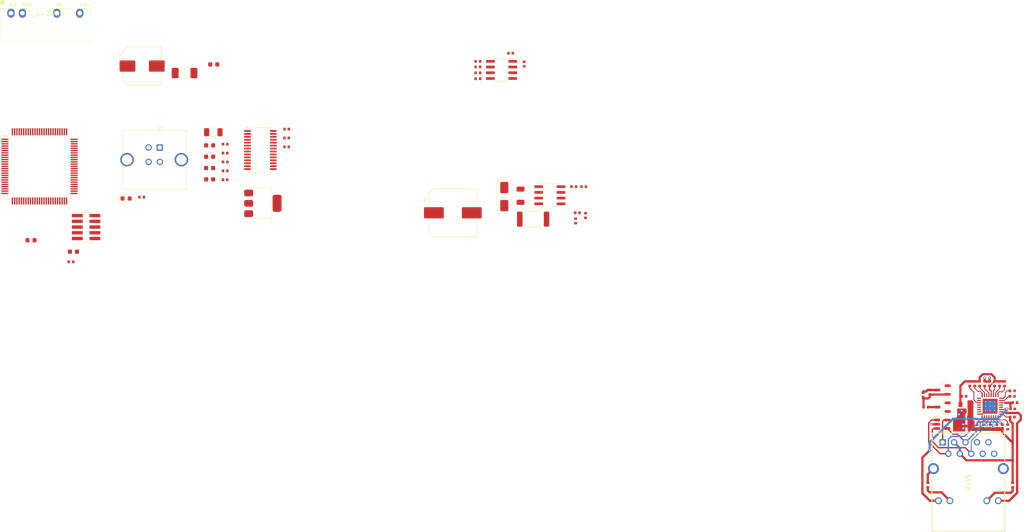
<source format=kicad_pcb>
(kicad_pcb (version 20241229) (generator "pcbnew") (generator_version "9.0")
  (layers (0 "F.Cu" mixed) (4 "In1.Cu" power) (6 "In2.Cu" power) (2 "B.Cu" mixed) (13 "F.Paste" user) (15 "B.Paste" user) (5 "F.SilkS" user "F.Silkscreen") (7 "B.SilkS" user "B.Silkscreen") (1 "F.Mask" user) (3 "B.Mask" user) (25 "Edge.Cuts" user))
  (net 0 "")
  (net 1 "Net-(RJ1-Y-)")
  (net 2 "Net-(RJ1-RX-)")
  (net 3 "Net-(RJ1-G+)")
  (net 4 "Net-(RJ1-TX+)")
  (net 5 "/Ethernet/ETHYELLOW")
  (net 6 "Net-(RJ1-TX-)")
  (net 7 "+3.3V")
  (net 8 "Net-(U2-RXD3{slash}~{PHYAD2})")
  (net 9 "Net-(U2-RXER{slash}RXD4{slash}~{PHYAD0})")
  (net 10 "Net-(U2-~{RST})")
  (net 11 "GND")
  (net 12 "/Ethernet/ETHGREEN")
  (net 13 "Net-(RJ1-RXCT)")
  (net 14 "Net-(RJ1-RX+)")
  (net 15 "Net-(U2-RBIAS)")
  (net 16 "+3.3VLAN")
  (net 17 "Net-(U2-VDDCR)")
  (net 18 "Net-(U2-RXD2{slash}~{RMIISEL})")
  (net 19 "Net-(U2-RXCLK{slash}~{PHYAD1})")
  (net 20 "Net-(Q1-G)")
  (net 26 "/Ethernet/V+")
  (net 27 "/Ethernet/V-")
  (net 28 "+3.3VA")
  (net 29 "/MCU/NRST")
  (net 30 "GNDPWR")
  (net 31 "Net-(C24-Pad1)")
  (net 32 "Net-(D2-K)")
  (net 33 "Net-(U5-FB)")
  (net 34 "Net-(U6-Vin)")
  (net 35 "+5V")
  (net 36 "Net-(U8-EXTCLK)")
  (net 37 "+5V USB")
  (net 38 "Net-(D3-K)")
  (net 39 "/MCU/SWCLK")
  (net 40 "/MCU/SWDIO")
  (net 42 "/MCU/SWO")
  (net 45 "/MCU/USB_D+")
  (net 46 "/MCU/USB_D-")
  (net 47 "Net-(U1-BOOT0)")
  (net 48 "/Ethernet/ETH_RXD0")
  (net 49 "/Ethernet/ETH_RXD1")
  (net 50 "/Ethernet/ETH_CRS_DV")
  (net 51 "/Ethernet/ETH_MDIO")
  (net 52 "Net-(U4-UVLO)")
  (net 53 "Net-(U4-CLASS)")
  (net 54 "Net-(U4-ILIM)")
  (net 55 "Net-(U4-DET)")
  (net 56 "/POE/ILIM")
  (net 57 "Net-(U5-BS)")
  (net 67 "/MCU/USB_VBUS")
  (net 89 "/Ethernet/ETH_REF_CLK")
  (net 111 "/Ethernet/ETH_TX_EN")
  (net 115 "/Ethernet/ETH_TXD1")
  (net 117 "/Ethernet/ETH_MDC")
  (net 124 "/Ethernet/ETH_TXD0")
  (net 134 "/POE/POE_EN")
  (net 140 "/PWM Generator/CH5")
  (net 141 "/PWM Generator/CH1")
  (net 142 "/PWM Generator/CH6")
  (net 143 "/PWM Generator/CH7")
  (net 146 "/PWM Generator/CH8")
  (net 147 "/PWM Generator/PWM_SDA")
  (net 148 "/PWM Generator/CH0")
  (net 149 "/PWM Generator/CH9")
  (net 150 "/PWM Generator/CH4")
  (net 151 "/PWM Generator/CH2")
  (net 152 "/PWM Generator/CH10")
  (net 153 "/PWM Generator/CH3")
  (net 154 "/PWM Generator/CH11")
  (net 155 "/PWM Generator/PWM_OE")
  (net 157 "/PWM Generator/PWM_SCL")
  (net 158 "Net-(Q2-C)")
  (net 159 "/Ethernet/PHY_PWR")
  (footprint "Capacitor_SMD:C_0603_1608Metric" (layer "F.Cu") (at 83.21 55.89)
    (property "Reference" "C28" (hide yes))
    (property "Value" "22u")
  )
  (footprint "Capacitor_SMD:C_0402_1005Metric" (layer "F.Cu") (at 99.36 72.2)
    (property "Reference" "C30" (hide yes))
    (property "Value" "100n")
  )
  (footprint "Capacitor_SMD:C_0402_1005Metric" (layer "F.Cu") (at 163.8 88.8)
    (property "Reference" "C25" (hide yes))
    (property "Value" "10p")
  )
  (footprint "Package_TO_SOT_SMD:SOT-23-3" (layer "F.Cu") (at 244.7125 128.1 180)
    (property "Reference" "Q1" (hide yes))
    (property "Value" "WPM2015-3/TR")
  )
  (footprint "Resistor_SMD:R_0402_1005Metric" (layer "F.Cu") (at 259.15 136.3 90)
    (property "Reference" "R19" (hide yes))
    (property "Value" "12.1k")
  )
  (footprint "Tutor_Common_Parts:F0505S-2WR2" (layer "F.Cu") (at 45.895 47.145)
    (property "Reference" "U6" (hide yes))
    (property "Value" "F0505S-2WR2")
  )
  (footprint "Capacitor_SMD:C_0603_1608Metric" (layer "F.Cu") (at 82.3 78.87)
    (property "Reference" "C15" (hide yes))
    (property "Value" "22u")
  )
  (footprint "Capacitor_SMD:C_0402_1005Metric" (layer "F.Cu") (at 260.25 132.3 180)
    (property "Reference" "C10" (hide yes))
    (property "Value" "1u")
  )
  (footprint "Resistor_SMD:R_0402_1005Metric" (layer "F.Cu") (at 241.0125 131.9)
    (property "Reference" "R3" (hide yes))
    (property "Value" "1k")
  )
  (footprint "Capacitor_SMD:C_0402_1005Metric" (layer "F.Cu") (at 85.74 75.55)
    (property "Reference" "C17" (hide yes))
    (property "Value" "100n")
  )
  (footprint "Tutor_Common_Parts:HY931147C" (layer "F.Cu") (at 250.445 148.59 90)
    (property "Reference" "RJ1" (hide yes))
    (property "Value" "HY931147C")
  )
  (footprint "Resistor_SMD:R_0402_1005Metric" (layer "F.Cu") (at 152 55.8 -90)
    (property "Reference" "R21" (hide yes))
    (property "Value" "130k")
  )
  (footprint "LED_SMD:LED_0603_1608Metric" (layer "F.Cu") (at 63.79 85.62)
    (property "Reference" "D3" (hide yes))
    (property "Value" "LED")
  )
  (footprint "Capacitor_SMD:C_0402_1005Metric" (layer "F.Cu") (at 85.74 81.46)
    (property "Reference" "C21" (hide yes))
    (property "Value" "100n")
  )
  (footprint "Capacitor_SMD:C_0402_1005Metric" (layer "F.Cu") (at 85.74 79.49)
    (property "Reference" "C20" (hide yes))
    (property "Value" "100n")
  )
  (footprint "Resistor_SMD:R_0402_1005Metric" (layer "F.Cu") (at 141.75 56.45)
    (property "Reference" "R22" (hide yes))
    (property "Value" "4.42k")
  )
  (footprint "Package_SO:SOIC-8_3.9x4.9mm_P1.27mm" (layer "F.Cu") (at 157.7 84.9)
    (property "Reference" "U5" (hide yes))
    (property "Value" "TX4138")
  )
  (footprint "Resistor_SMD:R_0402_1005Metric" (layer "F.Cu") (at 241.9125 128.6 -90)
    (property "Reference" "R2" (hide yes))
    (property "Value" "10k")
  )
  (footprint "Resistor_SMD:R_0402_1005Metric" (layer "F.Cu") (at 67.25 85.32)
    (property "Reference" "R30" (hide yes))
    (property "Value" "2.2k")
  )
  (footprint "Capacitor_SMD:C_0402_1005Metric" (layer "F.Cu") (at 249.45 129.5)
    (property "Reference" "C4" (hide yes))
    (property "Value" "100n")
  )
  (footprint "Resistor_SMD:R_0402_1005Metric" (layer "F.Cu") (at 141.75 59.05 180)
    (property "Reference" "R20" (hide yes))
    (property "Value" "10k")
  )
  (footprint "Capacitor_SMD:C_0603_1608Metric" (layer "F.Cu") (at 52.12 97.42)
    (property "Reference" "C1" (hide yes))
    (property "Value" "4.7u")
  )
  (footprint "Capacitor_SMD:C_0402_1005Metric" (layer "F.Cu") (at 85.74 73.58)
    (property "Reference" "C14" (hide yes))
    (property "Value" "100n")
  )
  (footprint "Resistor_SMD:R_0402_1005Metric" (layer "F.Cu") (at 241.45 149.19 90)
    (property "Reference" "R8" (hide yes))
    (property "Value" "2.2k")
  )
  (footprint "Package_SO:TSSOP-28_4.4x9.7mm_P0.65mm" (layer "F.Cu") (at 93.55 74.87)
    (property "Reference" "U8" (hide yes))
    (property "Value" "PCA9685PW")
  )
  (footprint "Resistor_SMD:R_0402_1005Metric" (layer "F.Cu") (at 260.25 149.19 90)
    (property "Reference" "R9" (hide yes))
    (property "Value" "2.2k")
  )
  (footprint "Capacitor_SMD:C_0402_1005Metric" (layer "F.Cu") (at 260.77 130.9 180)
    (property "Reference" "C9" (hide yes))
    (property "Value" "100n")
  )
  (footprint "Resistor_SMD:R_0402_1005Metric" (layer "F.Cu") (at 250.75 126.7 90)
    (property "Reference" "R18" (hide yes))
    (property "Value" "2.2k")
  )
  (footprint "Capacitor_SMD:CP_Elec_10x10.5" (layer "F.Cu") (at 136.2 88.8)
    (property "Reference" "C23" (hide yes))
    (property "Value" "15u")
  )
  (footprint "Capacitor_SMD:CP_Elec_8x10" (layer "F.Cu") (at 67.345 56.25)
    (property "Reference" "C26" (hide yes))
    (property "Value" "470u")
  )
  (footprint "Capacitor_SMD:C_0402_1005Metric" (layer "F.Cu") (at 255.15 126.7 90)
    (property "Reference" "C2" (hide yes))
    (property "Value" "100n")
  )
  (footprint "Inductor_SMD:L_0603_1608Metric" (layer "F.Cu") (at 42.73 94.88)
    (property "Reference" "FB1" (hide yes))
    (property "Value" "FerriteBead")
  )
  (footprint "Resistor_SMD:R_0402_1005Metric" (layer "F.Cu") (at 256.25 126.7 90)
    (property "Reference" "R10" (hide yes))
    (property "Value" "2.2k")
  )
  (footprint "Package_QFP:LQFP-100_14x14mm_P0.5mm" (layer "F.Cu") (at 44.6 78.5)
    (property "Reference" "U1" (hide yes))
    (property "Value" "STM32H743VITx")
  )
  (footprint "Resistor_SMD:R_0402_1005Metric" (layer "F.Cu") (at 163 83)
    (property "Reference" "R27" (hide yes))
    (property "Value" "4.7")
  )
  (footprint "Resistor_SMD:R_0402_1005Metric" (layer "F.Cu") (at 141.75 55.2)
    (property "Reference" "R23" (hide yes))
    (property "Value" "180k")
  )
  (footprint "Capacitor_SMD:C_0402_1005Metric" (layer "F.Cu") (at 249.45 136.1 180)
    (property "Reference" "C6" (hide yes))
    (property "Value" "100n")
  )
  (footprint "Resistor_SMD:R_0402_1005Metric" (layer "F.Cu") (at 260.17 128.3 180)
    (property "Reference" "R13" (hide yes))
    (property "Value" "2.2k")
  )
  (footprint "Capacitor_SMD:C_1808_4520Metric" (layer "F.Cu") (at 76.74 57.8)
    (property "Reference" "C27" (hide yes))
    (property "Value" "1n")
  )
  (footprint "Package_DFN_QFN:QFN-32-1EP_5x5mm_P0.5mm_EP3.3x3.3mm_ThermalVias" (layer "F.Cu") (at 255.25 131.7 180)
    (property "Reference" "U2" (hide yes))
    (property "Value" "LAN8710A-EZC")
  )
  (footprint "Capacitor_SMD:C_1206_3216Metric" (layer "F.Cu") (at 83.12 70.92)
    (property "Reference" "C16" (hide yes))
    (property "Value" "1n")
  )
  (footprint "Capacitor_SMD:C_0402_1005Metric" (layer "F.Cu") (at 249.95 134.1 180)
    (property "Reference" "C5" (hide yes))
    (property "Value" "100n")
  )
  (footprint "Connector_USB:USB_B_TE_5787834_Vertical" (layer "F.Cu") (at 71.27 74.305)
    (property "Reference" "J2" (hide yes))
    (property "Value" "USB_B")
  )
  (footprint "Capacitor_SMD:C_0603_1608Metric" (layer "F.Cu") (at 82.3 76.36)
    (property "Reference" "C13" (hide yes))
    (property "Value" "22u")
  )
  (footprint "Resistor_SMD:R_0402_1005Metric" (layer "F.Cu") (at 255.25 136.3 90)
    (property "Reference" "R4" (hide yes))
    (property "Value" "49.9")
  )
  (footprint "Capacitor_SMD:C_0402_1005Metric" (layer "F.Cu") (at 260.17 134.1)
    (property "Reference" "C8" (hide yes))
    (property "Value" "1u")
  )
  (footprint "Capacitor_SMD:C_0402_1005Metric" (layer "F.Cu") (at 99.36 74.17)
    (property "Reference" "C31" (hide yes))
    (property "Value" "100n")
  )
  (footprint "Capacitor_SMD:C_0402_1005Metric" (layer "F.Cu") (at 85.74 77.52)
    (property "Reference" "C18" (hide yes))
    (property "Value" "100n")
  )
  (footprint "Connector_PinHeader_1.27mm:PinHeader_2x05_P1.27mm_Vertical_SMD" (layer "F.Cu") (at 54.93 91.96)
    (property "Reference" "J1" (hide yes))
    (property "Value" "Conn_ARM_JTAG_SWD_10")
  )
  (footprint "Capacitor_SMD:C_0402_1005Metric" (layer "F.Cu") (at 149 53.4 180)
    (property "Reference" "C22" (hide yes))
    (property "Value" "100n")
  )
  (footprint "Resistor_SMD:R_0402_1005Metric" (layer "F.Cu") (at 165.6 89.4 90)
    (property "Reference" "R28" (hide yes))
    (property "Value" "56.2k")
  )
  (footprint "Resistor_SMD:R_0402_1005Metric" (layer "F.Cu") (at 257.35 126.7 90)
    (property "Reference" "R11" (hide yes))
    (property "Value" "2.2k")
  )
  (footprint "Capacitor_SMD:C_0402_1005Metric" (layer "F.Cu") (at 250.25 132.7 180)
    (property "Reference" "C7" (hide yes))
    (property "Value" "100n")
  )
  (footprint "Capacitor_SMD:C_0603_1608Metric" (layer "F.Cu") (at 82.3 73.85)
    (property "Reference" "C12" (hide yes))
    (property "Value" "22u")
  )
  (footprint "Package_TO_SOT_SMD:SOT-23-5" (layer "F.Cu") (at 244.65 135.7)
    (property "Reference" "U3" (hide yes))
    (property "Value" "ESDS314DBVR")
  )
  (footprint "Capacitor_SMD:C_0603_1608Metric" (layer "F.Cu") (at 82.3 81.38)
    (property "Reference" "C19" (hide yes))
    (property "Value" "2.2u")
  )
  (footprint "Resistor_SMD:R_1206_3216Metric" (layer "F.Cu") (at 151.2 85 90)
    (property "Reference" "R25" (hide yes))
    (property "Value" "30m")
  )
  (footprint "Resistor_SMD:R_0402_1005Metric" (layer "F.Cu") (at 253.75 136.3 90)
    (property "Reference" "R5" (hide yes))
    (property "Value" "49.9")
  )
  (footprint "Capacitor_SMD:C_0402_1005Metric" (layer "F.Cu") (at 252.35 136.3 -90)
    (property "Reference" "C11" (hide yes))
    (property "Value" "100n")
  )
  (footprint "Resistor_SMD:R_0402_1005Metric" (layer "F.Cu") (at 51.57 99.67)
    (property "Reference" "R1" (hide yes))
    (property "Value" "10k")
  )
  (footprint "Capacitor_SMD:C_0402_1005Metric" (layer "F.Cu") (at 240.4125 129.2 -90)
    (property "Reference" "C3" (hide yes))
    (property "Value" "100n")
  )
  (footprint "Resistor_SMD:R_0402_1005Metric" (layer "F.Cu") (at 141.75 57.75)
    (property "Reference" "R24" (hide yes))
    (property "Value" "24.9k")
  )
  (footprint "Inductor_SMD:L_0805_2012Metric" (layer "F.Cu") (at 249.75 131.3)
    (property "Reference" "L1" (hide yes))
    (property "Value" "FB0805/600R/2A")
  )
  (footprint "Resistor_SMD:R_0402_1005Metric" (layer "F.Cu") (at 260.17 129.5 180)
    (property "Reference" "R14" (hide yes))
    (property "Value" "2.2k")
  )
  (footprint "Resistor_SMD:R_0402_1005Metric" (layer "F.Cu") (at 257.95 136.3 90)
    (property "Reference" "R6" (hide yes))
    (property "Value" "49.9")
  )
  (footprint "Resistor_SMD:R_0402_1005Metric" (layer "F.Cu") (at 258.45 126.7 90)
    (property "Reference" "R12" (hide yes))
    (property "Value" "2.2k")
  )
  (footprint "Resistor_SMD:R_0402_1005Metric" (layer "F.Cu") (at 254.05 126.7 -90)
    (property "Reference" "R15" (hide yes))
    (property "Value" "2.2k")
  )
  (footprint "Resistor_SMD:R_0402_1005Metric" (layer "F.Cu") (at 163.4 90.6 90)
    (property "Reference" "R29" (hide yes))
    (property "Value" "10.5k")
  )
  (footprint "Diode_SMD:D_SMA" (layer "F.Cu") (at 147.6 85.2 -90)
    (property "Reference" "D2" (hide yes))
    (property "Value" "SS510")
  )
  (footprint "Package_SO:SOIC-8_3.9x4.9mm_P1.27mm" (layer "F.Cu") (at 147 57.1)
    (property "Reference" "U4" (hide yes))
    (property "Value" "TPS2376D")
  )
  (footprint "Resistor_SMD:R_0402_1005Metric" (layer "F.Cu") (at 251.85 126.7 90)
    (property "Reference" "R17" (hide yes))
    (property "Value" "2.2k")
  )
  (footprint "Capacitor_SMD:C_0402_1005Metric" (layer "F.Cu") (at 99.36 70.23)
    (property "Reference" "C29" (hide yes))
    (property "Value" "10u")
  )
  (footprint "Resistor_SMD:R_0402_1005Metric" (layer "F.Cu") (at 252.95 126.7 90)
    (property "Reference" "R16" (hide yes))
    (property "Value" "10k")
  )
  (footprint "Package_TO_SOT_SMD:SOT-223-3_TabPin2" (layer "F.Cu") (at 94.1 86.695)
    (property "Reference" "U7" (hide yes))
    (property "Value" "AMS1117-3.3")
  )
  (footprint "Capacitor_SMD:C_0402_1005Metric" (layer "F.Cu") (at 165.2 83)
    (property "Reference" "C24" (hide yes))
    (property "Value" "100n")
  )
  (footprint "Resistor_SMD:R_2512_6332Metric" (layer "F.Cu") (at 154 90.2)
    (property "Reference" "R26" (hide yes))
    (property "Value" "4.7k")
  )
  (footprint "Resistor_SMD:R_0402_1005Metric" (layer "F.Cu") (at 256.75 136.3 90)
    (property "Reference" "R7" (hide yes))
    (property "Value" "49.9")
  )
  (footprint "Package_TO_SOT_SMD:SOT-23-3" (layer "F.Cu") (at 244.7125 131.9 180)
    (property "Reference" "Q2" (hide yes))
    (property "Value" "LMUN2211LT1G")
  )
  (segment (start 241.85 150.8) (end 241.45 150.4) (width 0.5) (layer "F.Cu") (net 1))
  (segment (start 241.45 150.4) (end 241.45 149.7) (width 0.5) (layer "F.Cu") (net 1))
  (segment (start 246.36 152.67) (end 244.49 150.8) (width 0.5) (layer "F.Cu") (net 1))
  (segment (start 244.49 150.8) (end 241.85 150.8) (width 0.5) (layer "F.Cu") (net 1))
  (segment (start 242.3 134.75) (end 243.5125 134.75) (width 0.3) (layer "F.Cu") (net 2))
  (segment (start 256.5 134.1375) (end 256.5 134.6171) (width 0.2) (layer "F.Cu") (net 2))
  (segment (start 257.95 135.79) (end 257.95 135.5) (width 0.2) (layer "F.Cu") (net 2))
  (segment (start 241.65 135.4) (end 242.3 134.75) (width 0.3) (layer "F.Cu") (net 2))
  (segment (start 257.380506 135.219) (end 257.461505 135.299999) (width 0.2) (layer "F.Cu") (net 2))
  (segment (start 241.65 139.7) (end 241.65 135.4) (width 0.3) (layer "F.Cu") (net 2))
  (segment (start 246 142.24) (end 244.19 142.24) (width 0.3) (layer "F.Cu") (net 2))
  (segment (start 257.749999 135.299999) (end 257.461505 135.299999) (width 0.2) (layer "F.Cu") (net 2))
  (segment (start 256.5 134.6171) (end 257.1019 135.219) (width 0.2) (layer "F.Cu") (net 2))
  (segment (start 257.1019 135.219) (end 257.380506 135.219) (width 0.2) (layer "F.Cu") (net 2))
  (segment (start 257.95 135.5) (end 257.749999 135.299999) (width 0.2) (layer "F.Cu") (net 2))
  (segment (start 244.19 142.24) (end 241.65 139.7) (width 0.3) (layer "F.Cu") (net 2))
  (via (at 257.461505 135.299999) (size 0.6) (drill 0.3) (layers "F.Cu" "B.Cu") (net 2))
  (segment (start 252.728953 135.221047) (end 257.382553 135.221047) (width 0.3) (layer "B.Cu") (net 2))
  (segment (start 246.65 138.4) (end 249.55 138.4) (width 0.3) (layer "B.Cu") (net 2))
  (segment (start 257.382553 135.221047) (end 257.461505 135.299999) (width 0.2) (layer "B.Cu") (net 2))
  (segment (start 246 139.05) (end 246.65 138.4) (width 0.3) (layer "B.Cu") (net 2))
  (segment (start 246 142.24) (end 246 139.05) (width 0.3) (layer "B.Cu") (net 2))
  (segment (start 249.55 138.4) (end 252.728953 135.221047) (width 0.3) (layer "B.Cu") (net 2))
  (segment (start 251.85 127.7) (end 251.85 127.21) (width 0.2) (layer "F.Cu") (net 3))
  (segment (start 253.45 128.8) (end 253.44 128.8) (width 0.2) (layer "F.Cu") (net 3))
  (segment (start 253.04 128.4) (end 252.55 128.4) (width 0.2) (layer "F.Cu") (net 3))
  (segment (start 253.5 129.2625) (end 253.5 128.85) (width 0.2) (layer "F.Cu") (net 3))
  (segment (start 253.5 128.85) (end 253.45 128.8) (width 0.2) (layer "F.Cu") (net 3))
  (segment (start 256.3 150.9) (end 259.85 150.9) (width 0.5) (layer "F.Cu") (net 3))
  (segment (start 252.55 128.4) (end 251.85 127.7) (width 0.2) (layer "F.Cu") (net 3))
  (segment (start 260.25 150.5) (end 260.25 149.7) (width 0.5) (layer "F.Cu") (net 3))
  (segment (start 254.53 152.67) (end 256.3 150.9) (width 0.5) (layer "F.Cu") (net 3))
  (segment (start 253.44 128.8) (end 253.04 128.4) (width 0.2) (layer "F.Cu") (net 3))
  (segment (start 259.85 150.9) (end 260.25 150.5) (width 0.5) (layer "F.Cu") (net 3))
  (segment (start 253.782047 135.822047) (end 253.75 135.79) (width 0.2) (layer "F.Cu") (net 4))
  (segment (start 248.01 137.9) (end 249.81 139.7) (width 0.3) (layer "F.Cu") (net 4))
  (segment (start 247.0375 137.9) (end 248.01 137.9) (width 0.3) (layer "F.Cu") (net 4))
  (segment (start 255 134.1375) (end 255 134.657898) (width 0.2) (layer "F.Cu") (net 4))
  (segment (start 254.43 135.227898) (end 254.43 135.822047) (width 0.2) (layer "F.Cu") (net 4))
  (segment (start 254.33 135.822047) (end 253.782047 135.822047) (width 0.2) (layer "F.Cu") (net 4))
  (segment (start 245.7875 136.65) (end 247.0375 137.9) (width 0.3) (layer "F.Cu") (net 4))
  (segment (start 255 134.657898) (end 254.43 135.227898) (width 0.2) (layer "F.Cu") (net 4))
  (via (at 254.43 135.822047) (size 0.6) (drill 0.3) (layers "F.Cu" "B.Cu") (net 4))
  (segment (start 253.687953 135.822047) (end 249.81 139.7) (width 0.3) (layer "B.Cu") (net 4))
  (segment (start 254.33 135.822047) (end 253.687953 135.822047) (width 0.2) (layer "B.Cu") (net 4))
  (segment (start 240.25 143.1) (end 241.85 141.5) (width 0.5) (layer "F.Cu") (net 5))
  (segment (start 240.25 147) (end 240.25 143.1) (width 0.5) (layer "F.Cu") (net 5))
  (segment (start 241.92 152.67) (end 240.45 151.2) (width 0.5) (layer "F.Cu") (net 5))
  (segment (start 258.3 132.45) (end 258.440625 132.309375) (width 0.2) (layer "F.Cu") (net 5))
  (segment (start 240.45 151.2) (end 240.25 151) (width 0.5) (layer "F.Cu") (net 5))
  (segment (start 243.82 152.67) (end 241.92 152.67) (width 0.5) (layer "F.Cu") (net 5))
  (segment (start 257.6875 132.45) (end 258.3 132.45) (width 0.2) (layer "F.Cu") (net 5))
  (segment (start 258.440625 132.309375) (end 258.990001 132.309375) (width 0.2) (layer "F.Cu") (net 5))
  (segment (start 240.25 151) (end 240.25 147) (width 0.5) (layer "F.Cu") (net 5))
  (via (at 241.85 141.5) (size 0.6) (drill 0.3) (layers "F.Cu" "B.Cu") (net 5))
  (via (at 258.990001 132.309375) (size 0.6) (drill 0.3) (layers "F.Cu" "B.Cu") (net 5))
  (segment (start 258.990001 132.459999) (end 258.990001 132.309375) (width 0.5) (layer "B.Cu") (net 5))
  (segment (start 241.85 139.7) (end 247.05 134.5) (width 0.5) (layer "B.Cu") (net 5))
  (segment (start 256.95 134.5) (end 258.990001 132.459999) (width 0.5) (layer "B.Cu") (net 5))
  (segment (start 241.85 141.5) (end 241.85 139.7) (width 0.5) (layer "B.Cu") (net 5))
  (segment (start 247.05 134.5) (end 256.95 134.5) (width 0.5) (layer "B.Cu") (net 5))
  (segment (start 242.7 136.65) (end 243.5125 136.65) (width 0.3) (layer "F.Cu") (net 6))
  (segment (start 255.5 134.1375) (end 255.5 135.15) (width 0.2) (layer "F.Cu") (net 6))
  (segment (start 255.5 135.15) (end 255.25 135.4) (width 0.2) (layer "F.Cu") (net 6))
  (segment (start 255.93 135.871007) (end 255.801007 135.871007) (width 0.2) (layer "F.Cu") (net 6))
  (segment (start 242.45 139.5) (end 242.45 136.9) (width 0.3) (layer "F.Cu") (net 6))
  (segment (start 255.28022 135.75978) (end 255.25 135.79) (width 0.2) (layer "F.Cu") (net 6))
  (segment (start 251.08 142.24) (end 249.74 140.9) (width 0.3) (layer "F.Cu") (net 6))
  (segment (start 249.74 140.9) (end 243.85 140.9) (width 0.3) (layer "F.Cu") (net 6))
  (segment (start 242.45 136.9) (end 242.7 136.65) (width 0.3) (layer "F.Cu") (net 6))
  (segment (start 243.85 140.9) (end 242.45 139.5) (width 0.3) (layer "F.Cu") (net 6))
  (segment (start 255.25 135.4) (end 255.25 135.79) (width 0.2) (layer "F.Cu") (net 6))
  (segment (start 255.801007 135.871007) (end 255.68978 135.75978) (width 0.2) (layer "F.Cu") (net 6))
  (segment (start 255.68978 135.75978) (end 255.28022 135.75978) (width 0.2) (layer "F.Cu") (net 6))
  (via (at 255.93 135.871007) (size 0.6) (drill 0.3) (layers "F.Cu" "B.Cu") (net 6))
  (segment (start 255.93 135.871007) (end 255.83 135.971007) (width 0.2) (layer "B.Cu") (net 6))
  (segment (start 251.08 139.37) (end 251.08 142.24) (width 0.2) (layer "B.Cu") (net 6))
  (segment (start 253.35 137.1) (end 251.08 139.37) (width 0.2) (layer "B.Cu") (net 6))
  (segment (start 255.05 137.1) (end 253.55 137.1) (width 0.2) (layer "B.Cu") (net 6))
  (segment (start 255.83 136.32) (end 255.05 137.1) (width 0.2) (layer "B.Cu") (net 6))
  (segment (start 255.83 135.971007) (end 255.83 136.32) (width 0.2) (layer "B.Cu") (net 6))
  (segment (start 243.575 128.1) (end 241.9225 128.1) (width 0.5) (layer "F.Cu") (net 7))
  (segment (start 241.0875 128.425) (end 240.4125 128.425) (width 0.5) (layer "F.Cu") (net 7))
  (segment (start 241.9125 128.09) (end 241.4225 128.09) (width 0.5) (layer "F.Cu") (net 7))
  (segment (start 241.4225 128.09) (end 241.0875 128.425) (width 0.5) (layer "F.Cu") (net 7))
  (segment (start 241.9225 128.1) (end 241.9125 128.09) (width 0.5) (layer "F.Cu") (net 7))
  (segment (start 258.65 128.7) (end 259.05 128.3) (width 0.2) (layer "F.Cu") (net 8))
  (segment (start 259.05 128.3) (end 259.66 128.3) (width 0.2) (layer "F.Cu") (net 8))
  (segment (start 258.65 129.5) (end 258.65 128.7) (width 0.2) (layer "F.Cu") (net 8))
  (segment (start 257.6875 129.95) (end 258.2 129.95) (width 0.2) (layer "F.Cu") (net 8))
  (segment (start 258.2 129.95) (end 258.65 129.5) (width 0.2) (layer "F.Cu") (net 8))
  (segment (start 255 129.2625) (end 255 128.75) (width 0.2) (layer "F.Cu") (net 9))
  (segment (start 255 128.75) (end 254.05 127.8) (width 0.2) (layer "F.Cu") (net 9))
  (segment (start 254.05 127.8) (end 254.05 127.21) (width 0.2) (layer "F.Cu") (net 9))
  (segment (start 254 129.2625) (end 254 128.65) (width 0.2) (layer "F.Cu") (net 10))
  (segment (start 252.95 127.6) (end 252.95 127.21) (width 0.2) (layer "F.Cu") (net 10))
  (segment (start 252.8125 130.95) (end 252.359202 130.95) (width 0.2) (layer "F.Cu") (net 10))
  (segment (start 251.65 128.6) (end 250.75 127.7) (width 0.2) (layer "F.Cu") (net 10))
  (segment (start 250.75 127.7) (end 250.75 127.21) (width 0.2) (layer "F.Cu") (net 10))
  (segment (start 254 128.65) (end 252.95 127.6) (width 0.2) (layer "F.Cu") (net 10))
  (segment (start 251.65 130.240798) (end 251.65 128.6) (width 0.2) (layer "F.Cu") (net 10))
  (segment (start 252.359202 130.95) (end 251.65 130.240798) (width 0.2) (layer "F.Cu") (net 10))
  (segment (start 252.95 134.7) (end 252.35 135.3) (width 0.2) (layer "F.Cu") (net 11))
  (segment (start 253.35 134.7) (end 252.95 134.7) (width 0.2) (layer "F.Cu") (net 11))
  (segment (start 255.15 126.22) (end 254.08 126.22) (width 0.5) (layer "F.Cu") (net 11))
  (segment (start 257.35 127.8) (end 257.35 127.21) (width 0.2) (layer "F.Cu") (net 11))
  (segment (start 253.5 133.45) (end 254.25 132.7) (width 0.2) (layer "F.Cu") (net 11))
  (segment (start 241.45 148.68) (end 241.45 146.79) (width 0.5) (layer "F.Cu") (net 11))
  (segment (start 254.05 126.19) (end 254.05 125.4) (width 0.5) (layer "F.Cu") (net 11))
  (segment (start 255.15 126.22) (end 255.15 125.4) (width 0.5) (layer "F.Cu") (net 11))
  (segment (start 253.5 134.1375) (end 253.5 133.45) (width 0.2) (layer "F.Cu") (net 11))
  (segment (start 243.5125 135.7) (end 242.25 135.7) (width 0.5) (layer "F.Cu") (net 11))
  (segment (start 253.5 134.55) (end 253.35 134.7) (width 0.2) (layer "F.Cu") (net 11))
  (segment (start 256.5 128.65) (end 257.35 127.8) (width 0.2) (layer "F.Cu") (net 11))
  (segment (start 252.8125 133.45) (end 253.5 133.45) (width 0.2) (layer "F.Cu") (net 11))
  (segment (start 256.5 129.2625) (end 256.5 128.65) (width 0.2) (layer "F.Cu") (net 11))
  (segment (start 241.45 146.79) (end 242.7 145.54) (width 0.5) (layer "F.Cu") (net 11))
  (segment (start 254.08 126.22) (end 254.05 126.19) (width 0.5) (layer "F.Cu") (net 11))
  (segment (start 253.5 134.1375) (end 253.5 134.55) (width 0.2) (layer "F.Cu") (net 11))
  (segment (start 252.35 135.3) (end 252.35 135.82) (width 0.2) (layer "F.Cu") (net 11))
  (via (at 248.95 132.7) (size 0.6) (drill 0.3) (layers "F.Cu" "B.Cu") (net 11))
  (via (at 248.35 133.5) (size 0.6) (drill 0.3) (layers "F.Cu" "B.Cu") (net 11))
  (via (at 255.15 125.4) (size 0.6) (drill 0.3) (layers "F.Cu" "B.Cu") (net 11))
  (via (at 249.25 135.7) (size 0.6) (drill 0.3) (layers "F.Cu" "B.Cu") (net 11))
  (via (at 249.25 136.6) (size 0.6) (drill 0.3) (layers "F.Cu" "B.Cu") (net 11))
  (via (at 242.25 135.7) (size 0.6) (drill 0.3) (layers "F.Cu" "B.Cu") (net 11))
  (via (at 254.05 125.4) (size 0.6) (drill 0.3) (layers "F.Cu" "B.Cu") (net 11))
  (segment (start 262.05 133.7) (end 261.55 133.2) (width 0.5) (layer "F.Cu") (net 12))
  (segment (start 258.85 133.2) (end 258.6 132.95) (width 0.5) (layer "F.Cu") (net 12))
  (segment (start 262.05 134.7) (end 262.05 133.7) (width 0.5) (layer "F.Cu") (net 12))
  (segment (start 261.55 133.2) (end 258.85 133.2) (width 0.5) (layer "F.Cu") (net 12))
  (segment (start 258.6 132.95) (end 257.6875 132.95) (width 0.2) (layer "F.Cu") (net 12))
  (segment (start 261.25 135.5) (end 262.05 134.7) (width 0.5) (layer "F.Cu") (net 12))
  (segment (start 257.07 152.67) (end 259.48 152.67) (width 0.5) (layer "F.Cu") (net 12))
  (segment (start 261.25 150.9) (end 261.25 135.5) (width 0.5) (layer "F.Cu") (net 12))
  (segment (start 259.48 152.67) (end 261.25 150.9) (width 0.5) (layer "F.Cu") (net 12))
  (segment (start 258.75 134.1) (end 259.69 134.1) (width 0.2) (layer "F.Cu") (net 13))
  (segment (start 260.25 140.1) (end 260.25 135.5) (width 0.5) (layer "F.Cu") (net 13))
  (segment (start 253.5161 135.101) (end 253.249 135.101) (width 0.2) (layer "F.Cu") (net 13))
  (segment (start 260.25 135.5) (end 259.69 134.94) (width 0.5) (layer "F.Cu") (net 13))
  (segment (start 253.05 136.5) (end 252.77 136.78) (width 0.2) (layer "F.Cu") (net 13))
  (segment (start 259.69 134.94) (end 259.69 134.1) (width 0.5) (layer "F.Cu") (net 13))
  (segment (start 254.5 134.1375) (end 254.5 134.590798) (width 0.2) (layer "F.Cu") (net 13))
  (segment (start 257.95 137.5) (end 260.25 139.8) (width 0.5) (layer "F.Cu") (net 13))
  (segment (start 260.25 143.7) (end 260.25 140.1) (width 0.5) (layer "F.Cu") (net 13))
  (segment (start 253.249 135.101) (end 253.05 135.3) (width 0.2) (layer "F.Cu") (net 13))
  (segment (start 257.6875 133.45) (end 258.1 133.45) (width 0.2) (layer "F.Cu") (net 13))
  (segment (start 250 143.7) (end 260.25 143.7) (width 0.5) (layer "F.Cu") (net 13))
  (segment (start 258.1 133.45) (end 258.75 134.1) (width 0.2) (layer "F.Cu") (net 13))
  (segment (start 254.5 134.590798) (end 254.190798 134.9) (width 0.2) (layer "F.Cu") (net 13))
  (segment (start 253.7171 134.9) (end 253.5161 135.101) (width 0.2) (layer "F.Cu") (net 13))
  (segment (start 248.54 142.24) (end 250 143.7) (width 0.5) (layer "F.Cu") (net 13))
  (segment (start 252.77 136.78) (end 252.35 136.78) (width 0.2) (layer "F.Cu") (net 13))
  (segment (start 257.95 136.81) (end 257.95 137.5) (width 0.5) (layer "F.Cu") (net 13))
  (segment (start 260.25 139.8) (end 260.25 140.1) (width 0.5) (layer "F.Cu") (net 13))
  (segment (start 253.05 135.3) (end 253.05 136.5) (width 0.2) (layer "F.Cu") (net 13))
  (segment (start 260.25 148.68) (end 260.25 143.7) (width 0.5) (layer "F.Cu") (net 13))
  (segment (start 254.190798 134.9) (end 253.7171 134.9) (width 0.2) (layer "F.Cu") (net 13))
  (segment (start 248.54 142.24) (end 248.54 140.97) (width 0.5) (layer "B.Cu") (net 13))
  (segment (start 248.54 140.97) (end 247.27 139.7) (width 0.5) (layer "B.Cu") (net 13))
  (segment (start 244.73 135.02) (end 245 134.75) (width 0.3) (layer "F.Cu") (net 14))
  (segment (start 256.75 135.5) (end 256.75 135.79) (width 0.2) (layer "F.Cu") (net 14))
  (segment (start 256 134.1375) (end 256 134.75) (width 0.2) (layer "F.Cu") (net 14))
  (segment (start 244.73 139.7) (end 244.73 135.02) (width 0.3) (layer "F.Cu") (net 14))
  (segment (start 245 134.75) (end 245.7875 134.75) (width 0.3) (layer "F.Cu") (net 14))
  (segment (start 256 134.75) (end 256.75 135.5) (width 0.2) (layer "F.Cu") (net 14))
  (segment (start 259.15 135.2) (end 258.65 134.7) (width 0.2) (layer "F.Cu") (net 15))
  (segment (start 259.15 135.79) (end 259.15 135.2) (width 0.2) (layer "F.Cu") (net 15))
  (segment (start 258.65 134.7) (end 257.15 134.7) (width 0.2) (layer "F.Cu") (net 15))
  (segment (start 257.15 134.7) (end 257 134.55) (width 0.2) (layer "F.Cu") (net 15))
  (segment (start 257 134.55) (end 257 134.1375) (width 0.2) (layer "F.Cu") (net 15))
  (segment (start 255.55 124.6) (end 256.25 125.3) (width 0.5) (layer "F.Cu") (net 16))
  (segment (start 248.6875 131.3) (end 248.6875 129.5125) (width 0.5) (layer "F.Cu") (net 16))
  (segment (start 257.35 126.19) (end 256.25 126.19) (width 0.5) (layer "F.Cu") (net 16))
  (segment (start 253.65 124.6) (end 255.55 124.6) (width 0.5) (layer "F.Cu") (net 16))
  (segment (start 255.15 127.18) (end 255.26 127.18) (width 0.3) (layer "F.Cu") (net 16))
  (segment (start 256.25 125.3) (end 256.25 126.19) (width 0.5) (layer "F.Cu") (net 16))
  (segment (start 255.5 129.2625) (end 255.5 128.35) (width 0.2) (layer "F.Cu") (net 16))
  (segment (start 255.5 128.35) (end 255.15 128) (width 0.3) (layer "F.Cu") (net 16))
  (segment (start 252.95 125.3) (end 253.65 124.6) (width 0.5) (layer "F.Cu") (net 16))
  (segment (start 248.6875 129.5125) (end 248.675 129.5) (width 0.5) (layer "F.Cu") (net 16))
  (segment (start 249.66 126.19) (end 250.75 126.19) (width 0.5) (layer "F.Cu") (net 16))
  (segment (start 252.95 126.19) (end 252.95 125.3) (width 0.5) (layer "F.Cu") (net 16))
  (segment (start 250.75 126.19) (end 252.95 126.19) (width 0.5) (layer "F.Cu") (net 16))
  (segment (start 248.675 129.5) (end 248.675 127.175) (width 0.5) (layer "F.Cu") (net 16))
  (segment (start 255.26 127.18) (end 256.25 126.19) (width 0.3) (layer "F.Cu") (net 16))
  (segment (start 248.675 127.175) (end 249.66 126.19) (width 0.5) (layer "F.Cu") (net 16))
  (segment (start 255.15 128) (end 255.15 127.18) (width 0.3) (layer "F.Cu") (net 16))
  (segment (start 258.45 126.19) (end 257.35 126.19) (width 0.5) (layer "F.Cu") (net 16))
  (segment (start 259.995 130.9) (end 259.77 131.125) (width 0.5) (layer "F.Cu") (net 17))
  (segment (start 259.595 130.95) (end 259.77 131.125) (width 0.5) (layer "F.Cu") (net 17))
  (segment (start 259.77 132.3) (end 259.77 131.125) (width 0.5) (layer "F.Cu") (net 17))
  (segment (start 257.6875 130.95) (end 258.65 130.95) (width 0.2) (layer "F.Cu") (net 17))
  (segment (start 258.65 130.95) (end 259.595 130.95) (width 0.5) (layer "F.Cu") (net 17))
  (segment (start 258.45 128) (end 258.45 127.21) (width 0.2) (layer "F.Cu") (net 18))
  (segment (start 257 129.2625) (end 257 128.75) (width 0.2) (layer "F.Cu") (net 18))
  (segment (start 257 128.75) (end 257.25 128.5) (width 0.2) (layer "F.Cu") (net 18))
  (segment (start 256.25 128) (end 256.25 127.21) (width 0.2) (layer "F.Cu") (net 18))
  (segment (start 257.25 128.5) (end 257.95 128.5) (width 0.2) (layer "F.Cu") (net 18))
  (segment (start 256 128.25) (end 256.25 128) (width 0.2) (layer "F.Cu") (net 18))
  (segment (start 257.95 128.5) (end 258.45 128) (width 0.2) (layer "F.Cu") (net 18))
  (segment (start 256 129.2625) (end 256 128.25) (width 0.2) (layer "F.Cu") (net 18))
  (segment (start 259.35 129.5) (end 259.66 129.5) (width 0.2) (layer "F.Cu") (net 19))
  (segment (start 258.4 130.45) (end 259.35 129.5) (width 0.2) (layer "F.Cu") (net 19))
  (segment (start 257.6875 130.45) (end 258.4 130.45) (width 0.2) (layer "F.Cu") (net 19))
  (segment (start 241.5375 129.975) (end 241.9125 129.6) (width 0.5) (layer "F.Cu") (net 20))
  (segment (start 241.9125 129.6) (end 241.9125 129.11) (width 0.5) (layer "F.Cu") (net 20))
  (segment (start 240.5025 131.9) (end 240.5025 130.065) (width 0.5) (layer "F.Cu") (net 20))
  (segment (start 240.4125 129.975) (end 241.5375 129.975) (width 0.5) (layer "F.Cu") (net 20))
  (segment (start 245.85 129.05) (end 245.79 129.11) (width 0.5) (layer "F.Cu") (net 20))
  (segment (start 245.79 129.11) (end 241.9125 129.11) (width 0.5) (layer "F.Cu") (net 20))
  (segment (start 240.5025 130.065) (end 240.4125 129.975) (width 0.5) (layer "F.Cu") (net 20))
  (segment (start 241.5225 131.9) (end 243.575 131.9) (width 0.5) (layer "F.Cu") (net 158))
  (zone (net 11) (net_name "GND") (layer "F.Cu") (priority 1) (connect_pads yes (clearance 0.25)) (min_thickness 0.25) (fill yes (thermal_gap 0.5) (thermal_bridge_width 0.5))
    (polygon (pts (xy 247.05 137.3) (xy 247.05 134.9) (xy 247.95 134) (xy 247.95 132.2) (xy 250.05 132.2) (xy 250.05 133.1) (xy 249.75 133.4) (xy 249.75 137.3)))
  )
  (zone (net 13) (net_name "Net-(RJ1-RXCT)") (layer "F.Cu") (connect_pads yes (clearance 0.25)) (min_thickness 0.25) (fill yes (thermal_gap 0.5) (thermal_bridge_width 0.5))
    (polygon (pts (xy 258.25 137.2) (xy 258.25 136.3) (xy 252.55 136.3) (xy 251.85 135.6) (xy 251.85 135.1) (xy 251.55 134.8) (xy 251.55 130.4) (xy 250.25 130.4) (xy 250.25 137.2)))
  )
)
</source>
